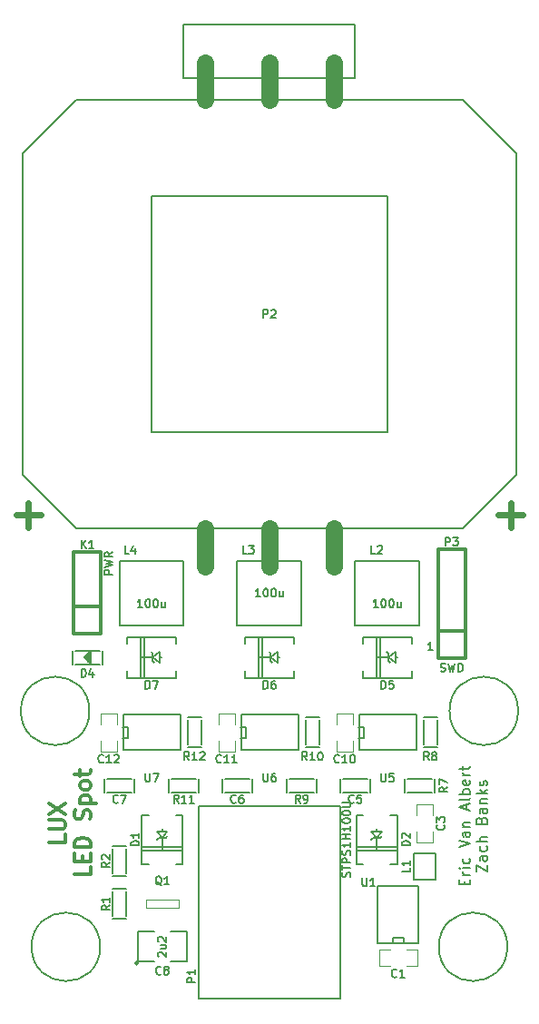
<source format=gto>
G04 (created by PCBNEW (2013-mar-13)-testing) date Wed 10 Jun 2015 12:09:16 AM EDT*
%MOIN*%
G04 Gerber Fmt 3.4, Leading zero omitted, Abs format*
%FSLAX34Y34*%
G01*
G70*
G90*
G04 APERTURE LIST*
%ADD10C,0.005906*%
%ADD11C,0.007874*%
%ADD12C,0.011811*%
%ADD13C,0.023622*%
%ADD14C,0.005118*%
%ADD15C,0.062992*%
%ADD16C,0.003900*%
%ADD17C,0.005000*%
%ADD18C,0.012000*%
%ADD19C,0.004700*%
G04 APERTURE END LIST*
G54D10*
G54D11*
X76054Y-77245D02*
X76054Y-77113D01*
X76260Y-77057D02*
X76260Y-77245D01*
X75867Y-77245D01*
X75867Y-77057D01*
X76260Y-76888D02*
X75998Y-76888D01*
X76073Y-76888D02*
X76035Y-76870D01*
X76017Y-76851D01*
X75998Y-76813D01*
X75998Y-76776D01*
X76260Y-76645D02*
X75998Y-76645D01*
X75867Y-76645D02*
X75885Y-76663D01*
X75904Y-76645D01*
X75885Y-76626D01*
X75867Y-76645D01*
X75904Y-76645D01*
X76242Y-76288D02*
X76260Y-76326D01*
X76260Y-76401D01*
X76242Y-76438D01*
X76223Y-76457D01*
X76185Y-76476D01*
X76073Y-76476D01*
X76035Y-76457D01*
X76017Y-76438D01*
X75998Y-76401D01*
X75998Y-76326D01*
X76017Y-76288D01*
X75867Y-75876D02*
X76260Y-75745D01*
X75867Y-75613D01*
X76260Y-75314D02*
X76054Y-75314D01*
X76017Y-75332D01*
X75998Y-75370D01*
X75998Y-75445D01*
X76017Y-75482D01*
X76242Y-75314D02*
X76260Y-75351D01*
X76260Y-75445D01*
X76242Y-75482D01*
X76204Y-75501D01*
X76167Y-75501D01*
X76129Y-75482D01*
X76110Y-75445D01*
X76110Y-75351D01*
X76092Y-75314D01*
X75998Y-75126D02*
X76260Y-75126D01*
X76035Y-75126D02*
X76017Y-75107D01*
X75998Y-75070D01*
X75998Y-75014D01*
X76017Y-74976D01*
X76054Y-74957D01*
X76260Y-74957D01*
X76148Y-74489D02*
X76148Y-74301D01*
X76260Y-74526D02*
X75867Y-74395D01*
X76260Y-74264D01*
X76260Y-74076D02*
X76242Y-74114D01*
X76204Y-74132D01*
X75867Y-74132D01*
X76260Y-73926D02*
X75867Y-73926D01*
X76017Y-73926D02*
X75998Y-73889D01*
X75998Y-73814D01*
X76017Y-73776D01*
X76035Y-73757D01*
X76073Y-73739D01*
X76185Y-73739D01*
X76223Y-73757D01*
X76242Y-73776D01*
X76260Y-73814D01*
X76260Y-73889D01*
X76242Y-73926D01*
X76242Y-73420D02*
X76260Y-73458D01*
X76260Y-73532D01*
X76242Y-73570D01*
X76204Y-73589D01*
X76054Y-73589D01*
X76017Y-73570D01*
X75998Y-73532D01*
X75998Y-73458D01*
X76017Y-73420D01*
X76054Y-73401D01*
X76092Y-73401D01*
X76129Y-73589D01*
X76260Y-73233D02*
X75998Y-73233D01*
X76073Y-73233D02*
X76035Y-73214D01*
X76017Y-73195D01*
X75998Y-73158D01*
X75998Y-73120D01*
X75998Y-73045D02*
X75998Y-72895D01*
X75867Y-72989D02*
X76204Y-72989D01*
X76242Y-72970D01*
X76260Y-72933D01*
X76260Y-72895D01*
X76497Y-76776D02*
X76497Y-76513D01*
X76890Y-76776D01*
X76890Y-76513D01*
X76890Y-76195D02*
X76684Y-76195D01*
X76646Y-76213D01*
X76628Y-76251D01*
X76628Y-76326D01*
X76646Y-76363D01*
X76871Y-76195D02*
X76890Y-76232D01*
X76890Y-76326D01*
X76871Y-76363D01*
X76834Y-76382D01*
X76796Y-76382D01*
X76759Y-76363D01*
X76740Y-76326D01*
X76740Y-76232D01*
X76721Y-76195D01*
X76871Y-75838D02*
X76890Y-75876D01*
X76890Y-75951D01*
X76871Y-75988D01*
X76853Y-76007D01*
X76815Y-76026D01*
X76703Y-76026D01*
X76665Y-76007D01*
X76646Y-75988D01*
X76628Y-75951D01*
X76628Y-75876D01*
X76646Y-75838D01*
X76890Y-75670D02*
X76497Y-75670D01*
X76890Y-75501D02*
X76684Y-75501D01*
X76646Y-75520D01*
X76628Y-75557D01*
X76628Y-75613D01*
X76646Y-75651D01*
X76665Y-75670D01*
X76684Y-74882D02*
X76703Y-74826D01*
X76721Y-74807D01*
X76759Y-74789D01*
X76815Y-74789D01*
X76853Y-74807D01*
X76871Y-74826D01*
X76890Y-74864D01*
X76890Y-75014D01*
X76497Y-75014D01*
X76497Y-74882D01*
X76515Y-74845D01*
X76534Y-74826D01*
X76571Y-74807D01*
X76609Y-74807D01*
X76646Y-74826D01*
X76665Y-74845D01*
X76684Y-74882D01*
X76684Y-75014D01*
X76890Y-74451D02*
X76684Y-74451D01*
X76646Y-74470D01*
X76628Y-74507D01*
X76628Y-74582D01*
X76646Y-74620D01*
X76871Y-74451D02*
X76890Y-74489D01*
X76890Y-74582D01*
X76871Y-74620D01*
X76834Y-74639D01*
X76796Y-74639D01*
X76759Y-74620D01*
X76740Y-74582D01*
X76740Y-74489D01*
X76721Y-74451D01*
X76628Y-74264D02*
X76890Y-74264D01*
X76665Y-74264D02*
X76646Y-74245D01*
X76628Y-74207D01*
X76628Y-74151D01*
X76646Y-74114D01*
X76684Y-74095D01*
X76890Y-74095D01*
X76890Y-73907D02*
X76497Y-73907D01*
X76740Y-73870D02*
X76890Y-73757D01*
X76628Y-73757D02*
X76778Y-73907D01*
X76871Y-73607D02*
X76890Y-73570D01*
X76890Y-73495D01*
X76871Y-73458D01*
X76834Y-73439D01*
X76815Y-73439D01*
X76778Y-73458D01*
X76759Y-73495D01*
X76759Y-73551D01*
X76740Y-73589D01*
X76703Y-73607D01*
X76684Y-73607D01*
X76646Y-73589D01*
X76628Y-73551D01*
X76628Y-73495D01*
X76646Y-73458D01*
G54D12*
X61389Y-75407D02*
X61389Y-75688D01*
X60798Y-75688D01*
X60798Y-75210D02*
X61276Y-75210D01*
X61332Y-75182D01*
X61361Y-75154D01*
X61389Y-75098D01*
X61389Y-74985D01*
X61361Y-74929D01*
X61332Y-74901D01*
X61276Y-74873D01*
X60798Y-74873D01*
X60798Y-74648D02*
X61389Y-74254D01*
X60798Y-74254D02*
X61389Y-74648D01*
X62334Y-76588D02*
X62334Y-76870D01*
X61743Y-76870D01*
X62024Y-76392D02*
X62024Y-76195D01*
X62334Y-76110D02*
X62334Y-76392D01*
X61743Y-76392D01*
X61743Y-76110D01*
X62334Y-75857D02*
X61743Y-75857D01*
X61743Y-75717D01*
X61771Y-75632D01*
X61827Y-75576D01*
X61884Y-75548D01*
X61996Y-75520D01*
X62080Y-75520D01*
X62193Y-75548D01*
X62249Y-75576D01*
X62305Y-75632D01*
X62334Y-75717D01*
X62334Y-75857D01*
X62305Y-74845D02*
X62334Y-74760D01*
X62334Y-74620D01*
X62305Y-74564D01*
X62277Y-74535D01*
X62221Y-74507D01*
X62165Y-74507D01*
X62109Y-74535D01*
X62080Y-74564D01*
X62052Y-74620D01*
X62024Y-74732D01*
X61996Y-74789D01*
X61968Y-74817D01*
X61912Y-74845D01*
X61856Y-74845D01*
X61799Y-74817D01*
X61771Y-74789D01*
X61743Y-74732D01*
X61743Y-74592D01*
X61771Y-74507D01*
X61940Y-74254D02*
X62530Y-74254D01*
X61968Y-74254D02*
X61940Y-74198D01*
X61940Y-74086D01*
X61968Y-74029D01*
X61996Y-74001D01*
X62052Y-73973D01*
X62221Y-73973D01*
X62277Y-74001D01*
X62305Y-74029D01*
X62334Y-74086D01*
X62334Y-74198D01*
X62305Y-74254D01*
X62334Y-73636D02*
X62305Y-73692D01*
X62277Y-73720D01*
X62221Y-73748D01*
X62052Y-73748D01*
X61996Y-73720D01*
X61968Y-73692D01*
X61940Y-73636D01*
X61940Y-73551D01*
X61968Y-73495D01*
X61996Y-73467D01*
X62052Y-73439D01*
X62221Y-73439D01*
X62277Y-73467D01*
X62305Y-73495D01*
X62334Y-73551D01*
X62334Y-73636D01*
X61940Y-73270D02*
X61940Y-73045D01*
X61743Y-73186D02*
X62249Y-73186D01*
X62305Y-73158D01*
X62334Y-73101D01*
X62334Y-73045D01*
G54D13*
X59589Y-63667D02*
X60489Y-63667D01*
X60039Y-64116D02*
X60039Y-63217D01*
X77305Y-63667D02*
X78205Y-63667D01*
X77755Y-64116D02*
X77755Y-63217D01*
G54D14*
X74888Y-68639D02*
X74717Y-68639D01*
X74803Y-68639D02*
X74803Y-68339D01*
X74774Y-68382D01*
X74746Y-68411D01*
X74717Y-68425D01*
X75183Y-69412D02*
X75226Y-69427D01*
X75297Y-69427D01*
X75326Y-69412D01*
X75340Y-69398D01*
X75354Y-69369D01*
X75354Y-69341D01*
X75340Y-69312D01*
X75326Y-69298D01*
X75297Y-69284D01*
X75240Y-69269D01*
X75211Y-69255D01*
X75197Y-69241D01*
X75183Y-69212D01*
X75183Y-69184D01*
X75197Y-69155D01*
X75211Y-69141D01*
X75240Y-69127D01*
X75311Y-69127D01*
X75354Y-69141D01*
X75454Y-69127D02*
X75526Y-69427D01*
X75583Y-69212D01*
X75640Y-69427D01*
X75711Y-69127D01*
X75826Y-69427D02*
X75826Y-69127D01*
X75897Y-69127D01*
X75940Y-69141D01*
X75969Y-69169D01*
X75983Y-69198D01*
X75997Y-69255D01*
X75997Y-69298D01*
X75983Y-69355D01*
X75969Y-69384D01*
X75940Y-69412D01*
X75897Y-69427D01*
X75826Y-69427D01*
G54D10*
X72047Y-47637D02*
X72047Y-45669D01*
X72047Y-45669D02*
X65748Y-45669D01*
X72047Y-47637D02*
X65748Y-47637D01*
X65748Y-47637D02*
X65748Y-45669D01*
G54D15*
X71259Y-47047D02*
X71259Y-48425D01*
X68897Y-47047D02*
X68897Y-48425D01*
X66535Y-47047D02*
X66535Y-48425D01*
X66535Y-64173D02*
X66535Y-65551D01*
X68897Y-64173D02*
X68897Y-65551D01*
X71259Y-64173D02*
X71259Y-65551D01*
G54D10*
X64566Y-60629D02*
X73228Y-60629D01*
X73228Y-60629D02*
X73228Y-51968D01*
X73228Y-51968D02*
X64566Y-51968D01*
X64566Y-51968D02*
X64566Y-60629D01*
X77952Y-62204D02*
X77952Y-50393D01*
X77952Y-62204D02*
X75984Y-64173D01*
X61811Y-48425D02*
X75984Y-48425D01*
X59842Y-62204D02*
X59842Y-50393D01*
X75984Y-64173D02*
X61811Y-64173D01*
X61811Y-64173D02*
X59842Y-62204D01*
X77952Y-50393D02*
X75984Y-48425D01*
X59842Y-50393D02*
X61811Y-48425D01*
X77637Y-79527D02*
G75*
G03X77637Y-79527I-1259J0D01*
G74*
G01*
X62677Y-79527D02*
G75*
G03X62677Y-79527I-1259J0D01*
G74*
G01*
X78031Y-70866D02*
G75*
G03X78031Y-70866I-1259J0D01*
G74*
G01*
X62283Y-70866D02*
G75*
G03X62283Y-70866I-1259J0D01*
G74*
G01*
G54D16*
X73323Y-80221D02*
X72923Y-80221D01*
X72923Y-80221D02*
X72923Y-79621D01*
X72923Y-79621D02*
X73323Y-79621D01*
X73920Y-79621D02*
X74320Y-79621D01*
X74320Y-79621D02*
X74320Y-80221D01*
X74320Y-80221D02*
X73920Y-80221D01*
X74306Y-74701D02*
X74306Y-74301D01*
X74306Y-74301D02*
X74906Y-74301D01*
X74906Y-74301D02*
X74906Y-74701D01*
X74906Y-75298D02*
X74906Y-75698D01*
X74906Y-75698D02*
X74306Y-75698D01*
X74306Y-75698D02*
X74306Y-75298D01*
G54D17*
X71597Y-73372D02*
X72497Y-73372D01*
X72595Y-73372D02*
X72595Y-73872D01*
X72497Y-73872D02*
X71597Y-73872D01*
X71498Y-73872D02*
X71498Y-73372D01*
X67266Y-73372D02*
X68166Y-73372D01*
X68264Y-73372D02*
X68264Y-73872D01*
X68166Y-73872D02*
X67266Y-73872D01*
X67168Y-73872D02*
X67168Y-73372D01*
X62935Y-73372D02*
X63835Y-73372D01*
X63934Y-73372D02*
X63934Y-73872D01*
X63835Y-73872D02*
X62935Y-73872D01*
X62837Y-73872D02*
X62837Y-73372D01*
X64081Y-80127D02*
G75*
G03X64081Y-80127I-70J0D01*
G74*
G01*
X64660Y-78977D02*
X64060Y-78977D01*
X64060Y-78977D02*
X64060Y-80077D01*
X64060Y-80077D02*
X64660Y-80077D01*
X65260Y-80077D02*
X65860Y-80077D01*
X65860Y-80077D02*
X65860Y-78977D01*
X65860Y-78977D02*
X65260Y-78977D01*
X64960Y-75290D02*
X64960Y-75210D01*
X65710Y-74690D02*
X65710Y-76490D01*
X65710Y-76490D02*
X65460Y-76490D01*
X64210Y-75850D02*
X65710Y-75850D01*
X64210Y-75980D02*
X65710Y-75980D01*
X64460Y-74690D02*
X64210Y-74690D01*
X64210Y-74690D02*
X64210Y-76490D01*
X64210Y-76490D02*
X64460Y-76490D01*
X65460Y-74690D02*
X65710Y-74690D01*
X64960Y-75540D02*
X65147Y-75290D01*
X65147Y-75290D02*
X64960Y-75290D01*
X64960Y-75290D02*
X64773Y-75290D01*
X64773Y-75290D02*
X64960Y-75540D01*
X64960Y-75540D02*
X65085Y-75540D01*
X65085Y-75540D02*
X65147Y-75478D01*
X64960Y-75540D02*
X64835Y-75540D01*
X64835Y-75540D02*
X64773Y-75602D01*
X64960Y-75540D02*
X64960Y-75977D01*
X72834Y-75290D02*
X72834Y-75210D01*
X73584Y-74690D02*
X73584Y-76490D01*
X73584Y-76490D02*
X73334Y-76490D01*
X72084Y-75850D02*
X73584Y-75850D01*
X72084Y-75980D02*
X73584Y-75980D01*
X72334Y-74690D02*
X72084Y-74690D01*
X72084Y-74690D02*
X72084Y-76490D01*
X72084Y-76490D02*
X72334Y-76490D01*
X73334Y-74690D02*
X73584Y-74690D01*
X72834Y-75540D02*
X73021Y-75290D01*
X73021Y-75290D02*
X72834Y-75290D01*
X72834Y-75290D02*
X72647Y-75290D01*
X72647Y-75290D02*
X72834Y-75540D01*
X72834Y-75540D02*
X72959Y-75540D01*
X72959Y-75540D02*
X73021Y-75478D01*
X72834Y-75540D02*
X72709Y-75540D01*
X72709Y-75540D02*
X72647Y-75602D01*
X72834Y-75540D02*
X72834Y-75977D01*
G54D10*
X62165Y-68976D02*
X62165Y-68858D01*
X62165Y-68858D02*
X62204Y-68976D01*
X62204Y-68976D02*
X62204Y-68818D01*
X62283Y-69055D02*
X62283Y-68740D01*
X62244Y-69055D02*
X62244Y-68779D01*
X62322Y-69133D02*
X62322Y-68661D01*
X62322Y-68661D02*
X62086Y-68897D01*
X62086Y-68897D02*
X62322Y-69133D01*
G54D17*
X62654Y-69147D02*
X61754Y-69147D01*
X61656Y-69147D02*
X61656Y-68647D01*
X61754Y-68647D02*
X62654Y-68647D01*
X62753Y-68647D02*
X62753Y-69147D01*
X73528Y-68897D02*
X73608Y-68897D01*
X74128Y-69647D02*
X72328Y-69647D01*
X72328Y-69647D02*
X72328Y-69397D01*
X72968Y-68147D02*
X72968Y-69647D01*
X72838Y-68147D02*
X72838Y-69647D01*
X74128Y-68397D02*
X74128Y-68147D01*
X74128Y-68147D02*
X72328Y-68147D01*
X72328Y-68147D02*
X72328Y-68397D01*
X74128Y-69397D02*
X74128Y-69647D01*
X73278Y-68897D02*
X73528Y-69084D01*
X73528Y-69084D02*
X73528Y-68897D01*
X73528Y-68897D02*
X73528Y-68710D01*
X73528Y-68710D02*
X73278Y-68897D01*
X73278Y-68897D02*
X73278Y-69022D01*
X73278Y-69022D02*
X73340Y-69084D01*
X73278Y-68897D02*
X73278Y-68772D01*
X73278Y-68772D02*
X73216Y-68710D01*
X73278Y-68897D02*
X72841Y-68897D01*
X69197Y-68897D02*
X69277Y-68897D01*
X69797Y-69647D02*
X67997Y-69647D01*
X67997Y-69647D02*
X67997Y-69397D01*
X68637Y-68147D02*
X68637Y-69647D01*
X68507Y-68147D02*
X68507Y-69647D01*
X69797Y-68397D02*
X69797Y-68147D01*
X69797Y-68147D02*
X67997Y-68147D01*
X67997Y-68147D02*
X67997Y-68397D01*
X69797Y-69397D02*
X69797Y-69647D01*
X68947Y-68897D02*
X69197Y-69084D01*
X69197Y-69084D02*
X69197Y-68897D01*
X69197Y-68897D02*
X69197Y-68710D01*
X69197Y-68710D02*
X68947Y-68897D01*
X68947Y-68897D02*
X68947Y-69022D01*
X68947Y-69022D02*
X69009Y-69084D01*
X68947Y-68897D02*
X68947Y-68772D01*
X68947Y-68772D02*
X68885Y-68710D01*
X68947Y-68897D02*
X68510Y-68897D01*
X64866Y-68897D02*
X64946Y-68897D01*
X65466Y-69647D02*
X63666Y-69647D01*
X63666Y-69647D02*
X63666Y-69397D01*
X64306Y-68147D02*
X64306Y-69647D01*
X64176Y-68147D02*
X64176Y-69647D01*
X65466Y-68397D02*
X65466Y-68147D01*
X65466Y-68147D02*
X63666Y-68147D01*
X63666Y-68147D02*
X63666Y-68397D01*
X65466Y-69397D02*
X65466Y-69647D01*
X64616Y-68897D02*
X64866Y-69084D01*
X64866Y-69084D02*
X64866Y-68897D01*
X64866Y-68897D02*
X64866Y-68710D01*
X64866Y-68710D02*
X64616Y-68897D01*
X64616Y-68897D02*
X64616Y-69022D01*
X64616Y-69022D02*
X64678Y-69084D01*
X64616Y-68897D02*
X64616Y-68772D01*
X64616Y-68772D02*
X64554Y-68710D01*
X64616Y-68897D02*
X64179Y-68897D01*
G54D18*
X62704Y-68035D02*
X61704Y-68035D01*
X61704Y-68035D02*
X61704Y-65035D01*
X61704Y-65035D02*
X62704Y-65035D01*
X62704Y-65035D02*
X62704Y-68035D01*
X61704Y-67035D02*
X62704Y-67035D01*
G54D10*
X66299Y-74346D02*
X71496Y-74346D01*
X71496Y-74346D02*
X71496Y-81437D01*
X71496Y-81437D02*
X66299Y-81437D01*
X66299Y-81437D02*
X66299Y-74346D01*
G54D18*
X75090Y-68929D02*
X75090Y-68929D01*
X76090Y-68929D02*
X75090Y-68929D01*
X75090Y-68929D02*
X75090Y-68929D01*
X75090Y-68929D02*
X75090Y-64929D01*
X75090Y-64929D02*
X76090Y-64929D01*
X76090Y-64929D02*
X76090Y-68929D01*
X76090Y-67929D02*
X75090Y-67929D01*
G54D17*
X63635Y-77502D02*
X63635Y-78402D01*
X63635Y-78501D02*
X63135Y-78501D01*
X63135Y-78402D02*
X63135Y-77502D01*
X63135Y-77404D02*
X63635Y-77404D01*
X63135Y-76827D02*
X63135Y-75927D01*
X63135Y-75829D02*
X63635Y-75829D01*
X63635Y-75927D02*
X63635Y-76827D01*
X63635Y-76926D02*
X63135Y-76926D01*
X74859Y-73872D02*
X73959Y-73872D01*
X73861Y-73872D02*
X73861Y-73372D01*
X73959Y-73372D02*
X74859Y-73372D01*
X74957Y-73372D02*
X74957Y-73872D01*
X74553Y-72103D02*
X74553Y-71203D01*
X74553Y-71105D02*
X75053Y-71105D01*
X75053Y-71203D02*
X75053Y-72103D01*
X75053Y-72201D02*
X74553Y-72201D01*
X70528Y-73872D02*
X69628Y-73872D01*
X69530Y-73872D02*
X69530Y-73372D01*
X69628Y-73372D02*
X70528Y-73372D01*
X70627Y-73372D02*
X70627Y-73872D01*
X70222Y-72103D02*
X70222Y-71203D01*
X70222Y-71105D02*
X70722Y-71105D01*
X70722Y-71203D02*
X70722Y-72103D01*
X70722Y-72201D02*
X70222Y-72201D01*
X66198Y-73872D02*
X65298Y-73872D01*
X65199Y-73872D02*
X65199Y-73372D01*
X65298Y-73372D02*
X66198Y-73372D01*
X66296Y-73372D02*
X66296Y-73872D01*
X65891Y-72103D02*
X65891Y-71203D01*
X65891Y-71105D02*
X66391Y-71105D01*
X66391Y-71203D02*
X66391Y-72103D01*
X66391Y-72201D02*
X65891Y-72201D01*
X74322Y-79396D02*
X74372Y-79396D01*
X74372Y-79396D02*
X74372Y-77296D01*
X72872Y-77296D02*
X72872Y-79396D01*
X72872Y-79396D02*
X74322Y-79396D01*
X73422Y-79396D02*
X73422Y-79196D01*
X73422Y-79196D02*
X73822Y-79196D01*
X73822Y-79196D02*
X73822Y-79396D01*
X72872Y-77296D02*
X74372Y-77296D01*
X74291Y-72303D02*
X72185Y-72303D01*
X72185Y-71003D02*
X74291Y-71003D01*
X74291Y-71003D02*
X74291Y-72303D01*
X72185Y-71003D02*
X72185Y-72303D01*
X72178Y-71453D02*
X72378Y-71453D01*
X72378Y-71453D02*
X72378Y-71853D01*
X72378Y-71853D02*
X72178Y-71853D01*
X69960Y-72303D02*
X67854Y-72303D01*
X67854Y-71003D02*
X69960Y-71003D01*
X69960Y-71003D02*
X69960Y-72303D01*
X67854Y-71003D02*
X67854Y-72303D01*
X67847Y-71453D02*
X68047Y-71453D01*
X68047Y-71453D02*
X68047Y-71853D01*
X68047Y-71853D02*
X67847Y-71853D01*
X65629Y-72303D02*
X63523Y-72303D01*
X63523Y-71003D02*
X65629Y-71003D01*
X65629Y-71003D02*
X65629Y-72303D01*
X63523Y-71003D02*
X63523Y-72303D01*
X63516Y-71453D02*
X63716Y-71453D01*
X63716Y-71453D02*
X63716Y-71853D01*
X63716Y-71853D02*
X63516Y-71853D01*
G54D16*
X71353Y-71355D02*
X71353Y-70955D01*
X71353Y-70955D02*
X71953Y-70955D01*
X71953Y-70955D02*
X71953Y-71355D01*
X71953Y-71951D02*
X71953Y-72351D01*
X71953Y-72351D02*
X71353Y-72351D01*
X71353Y-72351D02*
X71353Y-71951D01*
X67022Y-71355D02*
X67022Y-70955D01*
X67022Y-70955D02*
X67622Y-70955D01*
X67622Y-70955D02*
X67622Y-71355D01*
X67622Y-71951D02*
X67622Y-72351D01*
X67622Y-72351D02*
X67022Y-72351D01*
X67022Y-72351D02*
X67022Y-71951D01*
X62692Y-71355D02*
X62692Y-70955D01*
X62692Y-70955D02*
X63292Y-70955D01*
X63292Y-70955D02*
X63292Y-71355D01*
X63292Y-71951D02*
X63292Y-72351D01*
X63292Y-72351D02*
X62692Y-72351D01*
X62692Y-72351D02*
X62692Y-71951D01*
G54D10*
X72047Y-65354D02*
X74409Y-65354D01*
X74409Y-65354D02*
X74409Y-67716D01*
X74409Y-67716D02*
X72047Y-67716D01*
X72047Y-67716D02*
X72047Y-65354D01*
X67716Y-65354D02*
X70078Y-65354D01*
X70078Y-65354D02*
X70078Y-67716D01*
X70078Y-67716D02*
X67716Y-67716D01*
X67716Y-67716D02*
X67716Y-65354D01*
X63385Y-65354D02*
X65748Y-65354D01*
X65748Y-65354D02*
X65748Y-67716D01*
X65748Y-67716D02*
X63385Y-67716D01*
X63385Y-67716D02*
X63385Y-65354D01*
X74212Y-76082D02*
X75000Y-76082D01*
X75000Y-76082D02*
X75000Y-77066D01*
X75000Y-77066D02*
X74212Y-77066D01*
X74212Y-77066D02*
X74212Y-76082D01*
G54D19*
X64360Y-77802D02*
X65560Y-77802D01*
X65560Y-77802D02*
X65560Y-78102D01*
X65560Y-78102D02*
X64360Y-78102D01*
X64360Y-78102D02*
X64360Y-77802D01*
G54D14*
X68676Y-56434D02*
X68676Y-56134D01*
X68790Y-56134D01*
X68819Y-56149D01*
X68833Y-56163D01*
X68847Y-56192D01*
X68847Y-56234D01*
X68833Y-56263D01*
X68819Y-56277D01*
X68790Y-56292D01*
X68676Y-56292D01*
X68961Y-56163D02*
X68976Y-56149D01*
X69004Y-56134D01*
X69076Y-56134D01*
X69104Y-56149D01*
X69119Y-56163D01*
X69133Y-56192D01*
X69133Y-56220D01*
X69119Y-56263D01*
X68947Y-56434D01*
X69133Y-56434D01*
X73572Y-80618D02*
X73557Y-80633D01*
X73514Y-80647D01*
X73486Y-80647D01*
X73443Y-80633D01*
X73414Y-80604D01*
X73400Y-80576D01*
X73386Y-80518D01*
X73386Y-80476D01*
X73400Y-80418D01*
X73414Y-80390D01*
X73443Y-80361D01*
X73486Y-80347D01*
X73514Y-80347D01*
X73557Y-80361D01*
X73572Y-80376D01*
X73857Y-80647D02*
X73686Y-80647D01*
X73772Y-80647D02*
X73772Y-80347D01*
X73743Y-80390D01*
X73714Y-80418D01*
X73686Y-80433D01*
X75303Y-75050D02*
X75318Y-75064D01*
X75332Y-75107D01*
X75332Y-75135D01*
X75318Y-75178D01*
X75289Y-75207D01*
X75261Y-75221D01*
X75203Y-75235D01*
X75161Y-75235D01*
X75103Y-75221D01*
X75075Y-75207D01*
X75046Y-75178D01*
X75032Y-75135D01*
X75032Y-75107D01*
X75046Y-75064D01*
X75061Y-75050D01*
X75032Y-74950D02*
X75032Y-74764D01*
X75146Y-74864D01*
X75146Y-74821D01*
X75161Y-74792D01*
X75175Y-74778D01*
X75203Y-74764D01*
X75275Y-74764D01*
X75303Y-74778D01*
X75318Y-74792D01*
X75332Y-74821D01*
X75332Y-74907D01*
X75318Y-74935D01*
X75303Y-74950D01*
X71997Y-74221D02*
X71982Y-74235D01*
X71940Y-74249D01*
X71911Y-74249D01*
X71868Y-74235D01*
X71840Y-74207D01*
X71825Y-74178D01*
X71811Y-74121D01*
X71811Y-74078D01*
X71825Y-74021D01*
X71840Y-73992D01*
X71868Y-73964D01*
X71911Y-73949D01*
X71940Y-73949D01*
X71982Y-73964D01*
X71997Y-73978D01*
X72268Y-73949D02*
X72125Y-73949D01*
X72111Y-74092D01*
X72125Y-74078D01*
X72154Y-74064D01*
X72225Y-74064D01*
X72254Y-74078D01*
X72268Y-74092D01*
X72282Y-74121D01*
X72282Y-74192D01*
X72268Y-74221D01*
X72254Y-74235D01*
X72225Y-74249D01*
X72154Y-74249D01*
X72125Y-74235D01*
X72111Y-74221D01*
X67666Y-74221D02*
X67652Y-74235D01*
X67609Y-74249D01*
X67580Y-74249D01*
X67537Y-74235D01*
X67509Y-74207D01*
X67495Y-74178D01*
X67480Y-74121D01*
X67480Y-74078D01*
X67495Y-74021D01*
X67509Y-73992D01*
X67537Y-73964D01*
X67580Y-73949D01*
X67609Y-73949D01*
X67652Y-73964D01*
X67666Y-73978D01*
X67923Y-73949D02*
X67866Y-73949D01*
X67837Y-73964D01*
X67823Y-73978D01*
X67795Y-74021D01*
X67780Y-74078D01*
X67780Y-74192D01*
X67795Y-74221D01*
X67809Y-74235D01*
X67837Y-74249D01*
X67895Y-74249D01*
X67923Y-74235D01*
X67937Y-74221D01*
X67952Y-74192D01*
X67952Y-74121D01*
X67937Y-74092D01*
X67923Y-74078D01*
X67895Y-74064D01*
X67837Y-74064D01*
X67809Y-74078D01*
X67795Y-74092D01*
X67780Y-74121D01*
X63335Y-74221D02*
X63321Y-74235D01*
X63278Y-74249D01*
X63250Y-74249D01*
X63207Y-74235D01*
X63178Y-74207D01*
X63164Y-74178D01*
X63150Y-74121D01*
X63150Y-74078D01*
X63164Y-74021D01*
X63178Y-73992D01*
X63207Y-73964D01*
X63250Y-73949D01*
X63278Y-73949D01*
X63321Y-73964D01*
X63335Y-73978D01*
X63435Y-73949D02*
X63635Y-73949D01*
X63507Y-74249D01*
X64910Y-80520D02*
X64896Y-80534D01*
X64853Y-80549D01*
X64824Y-80549D01*
X64782Y-80534D01*
X64753Y-80506D01*
X64739Y-80477D01*
X64724Y-80420D01*
X64724Y-80377D01*
X64739Y-80320D01*
X64753Y-80291D01*
X64782Y-80263D01*
X64824Y-80249D01*
X64853Y-80249D01*
X64896Y-80263D01*
X64910Y-80277D01*
X65082Y-80377D02*
X65053Y-80363D01*
X65039Y-80349D01*
X65024Y-80320D01*
X65024Y-80306D01*
X65039Y-80277D01*
X65053Y-80263D01*
X65082Y-80249D01*
X65139Y-80249D01*
X65167Y-80263D01*
X65182Y-80277D01*
X65196Y-80306D01*
X65196Y-80320D01*
X65182Y-80349D01*
X65167Y-80363D01*
X65139Y-80377D01*
X65082Y-80377D01*
X65053Y-80391D01*
X65039Y-80406D01*
X65024Y-80434D01*
X65024Y-80491D01*
X65039Y-80520D01*
X65053Y-80534D01*
X65082Y-80549D01*
X65139Y-80549D01*
X65167Y-80534D01*
X65182Y-80520D01*
X65196Y-80491D01*
X65196Y-80434D01*
X65182Y-80406D01*
X65167Y-80391D01*
X65139Y-80377D01*
X64824Y-79891D02*
X64810Y-79877D01*
X64796Y-79848D01*
X64796Y-79777D01*
X64810Y-79748D01*
X64824Y-79734D01*
X64853Y-79720D01*
X64882Y-79720D01*
X64924Y-79734D01*
X65096Y-79906D01*
X65096Y-79720D01*
X64896Y-79463D02*
X65096Y-79463D01*
X64896Y-79591D02*
X65053Y-79591D01*
X65082Y-79577D01*
X65096Y-79548D01*
X65096Y-79506D01*
X65082Y-79477D01*
X65067Y-79463D01*
X64824Y-79334D02*
X64810Y-79320D01*
X64796Y-79291D01*
X64796Y-79220D01*
X64810Y-79191D01*
X64824Y-79177D01*
X64853Y-79163D01*
X64882Y-79163D01*
X64924Y-79177D01*
X65096Y-79348D01*
X65096Y-79163D01*
X64112Y-75811D02*
X63812Y-75811D01*
X63812Y-75740D01*
X63826Y-75697D01*
X63854Y-75669D01*
X63883Y-75654D01*
X63940Y-75640D01*
X63983Y-75640D01*
X64040Y-75654D01*
X64069Y-75669D01*
X64097Y-75697D01*
X64112Y-75740D01*
X64112Y-75811D01*
X64112Y-75354D02*
X64112Y-75526D01*
X64112Y-75440D02*
X63812Y-75440D01*
X63854Y-75469D01*
X63883Y-75497D01*
X63897Y-75526D01*
X74053Y-75811D02*
X73753Y-75811D01*
X73753Y-75740D01*
X73767Y-75697D01*
X73795Y-75669D01*
X73824Y-75654D01*
X73881Y-75640D01*
X73924Y-75640D01*
X73981Y-75654D01*
X74010Y-75669D01*
X74038Y-75697D01*
X74053Y-75740D01*
X74053Y-75811D01*
X73781Y-75526D02*
X73767Y-75511D01*
X73753Y-75483D01*
X73753Y-75411D01*
X73767Y-75383D01*
X73781Y-75369D01*
X73810Y-75354D01*
X73838Y-75354D01*
X73881Y-75369D01*
X74053Y-75540D01*
X74053Y-75354D01*
X71854Y-76969D02*
X71868Y-76926D01*
X71868Y-76854D01*
X71854Y-76826D01*
X71839Y-76811D01*
X71811Y-76797D01*
X71782Y-76797D01*
X71754Y-76811D01*
X71739Y-76826D01*
X71725Y-76854D01*
X71711Y-76911D01*
X71696Y-76940D01*
X71682Y-76954D01*
X71654Y-76969D01*
X71625Y-76969D01*
X71596Y-76954D01*
X71582Y-76940D01*
X71568Y-76911D01*
X71568Y-76840D01*
X71582Y-76797D01*
X71568Y-76711D02*
X71568Y-76540D01*
X71868Y-76626D02*
X71568Y-76626D01*
X71868Y-76440D02*
X71568Y-76440D01*
X71568Y-76326D01*
X71582Y-76297D01*
X71596Y-76283D01*
X71625Y-76269D01*
X71668Y-76269D01*
X71696Y-76283D01*
X71711Y-76297D01*
X71725Y-76326D01*
X71725Y-76440D01*
X71854Y-76154D02*
X71868Y-76111D01*
X71868Y-76040D01*
X71854Y-76011D01*
X71839Y-75997D01*
X71811Y-75983D01*
X71782Y-75983D01*
X71754Y-75997D01*
X71739Y-76011D01*
X71725Y-76040D01*
X71711Y-76097D01*
X71696Y-76126D01*
X71682Y-76140D01*
X71654Y-76154D01*
X71625Y-76154D01*
X71596Y-76140D01*
X71582Y-76126D01*
X71568Y-76097D01*
X71568Y-76026D01*
X71582Y-75983D01*
X71868Y-75697D02*
X71868Y-75869D01*
X71868Y-75783D02*
X71568Y-75783D01*
X71611Y-75811D01*
X71639Y-75840D01*
X71654Y-75869D01*
X71868Y-75569D02*
X71568Y-75569D01*
X71711Y-75569D02*
X71711Y-75397D01*
X71868Y-75397D02*
X71568Y-75397D01*
X71868Y-75097D02*
X71868Y-75269D01*
X71868Y-75183D02*
X71568Y-75183D01*
X71611Y-75211D01*
X71639Y-75240D01*
X71654Y-75269D01*
X71568Y-74911D02*
X71568Y-74883D01*
X71582Y-74854D01*
X71596Y-74840D01*
X71625Y-74826D01*
X71682Y-74811D01*
X71754Y-74811D01*
X71811Y-74826D01*
X71839Y-74840D01*
X71854Y-74854D01*
X71868Y-74883D01*
X71868Y-74911D01*
X71854Y-74940D01*
X71839Y-74954D01*
X71811Y-74969D01*
X71754Y-74983D01*
X71682Y-74983D01*
X71625Y-74969D01*
X71596Y-74954D01*
X71582Y-74940D01*
X71568Y-74911D01*
X71568Y-74626D02*
X71568Y-74597D01*
X71582Y-74569D01*
X71596Y-74554D01*
X71625Y-74540D01*
X71682Y-74526D01*
X71754Y-74526D01*
X71811Y-74540D01*
X71839Y-74554D01*
X71854Y-74569D01*
X71868Y-74597D01*
X71868Y-74626D01*
X71854Y-74654D01*
X71839Y-74669D01*
X71811Y-74683D01*
X71754Y-74697D01*
X71682Y-74697D01*
X71625Y-74683D01*
X71596Y-74669D01*
X71582Y-74654D01*
X71568Y-74626D01*
X71568Y-74397D02*
X71811Y-74397D01*
X71839Y-74383D01*
X71854Y-74369D01*
X71868Y-74340D01*
X71868Y-74283D01*
X71854Y-74254D01*
X71839Y-74240D01*
X71811Y-74226D01*
X71568Y-74226D01*
X61983Y-69623D02*
X61983Y-69323D01*
X62054Y-69323D01*
X62097Y-69338D01*
X62126Y-69366D01*
X62140Y-69395D01*
X62154Y-69452D01*
X62154Y-69495D01*
X62140Y-69552D01*
X62126Y-69581D01*
X62097Y-69609D01*
X62054Y-69623D01*
X61983Y-69623D01*
X62411Y-69423D02*
X62411Y-69623D01*
X62340Y-69309D02*
X62269Y-69523D01*
X62454Y-69523D01*
X73006Y-70057D02*
X73006Y-69757D01*
X73078Y-69757D01*
X73121Y-69771D01*
X73149Y-69800D01*
X73164Y-69828D01*
X73178Y-69885D01*
X73178Y-69928D01*
X73164Y-69985D01*
X73149Y-70014D01*
X73121Y-70043D01*
X73078Y-70057D01*
X73006Y-70057D01*
X73449Y-69757D02*
X73306Y-69757D01*
X73292Y-69900D01*
X73306Y-69885D01*
X73335Y-69871D01*
X73406Y-69871D01*
X73435Y-69885D01*
X73449Y-69900D01*
X73464Y-69928D01*
X73464Y-70000D01*
X73449Y-70028D01*
X73435Y-70043D01*
X73406Y-70057D01*
X73335Y-70057D01*
X73306Y-70043D01*
X73292Y-70028D01*
X68676Y-70057D02*
X68676Y-69757D01*
X68747Y-69757D01*
X68790Y-69771D01*
X68819Y-69800D01*
X68833Y-69828D01*
X68847Y-69885D01*
X68847Y-69928D01*
X68833Y-69985D01*
X68819Y-70014D01*
X68790Y-70043D01*
X68747Y-70057D01*
X68676Y-70057D01*
X69104Y-69757D02*
X69047Y-69757D01*
X69019Y-69771D01*
X69004Y-69785D01*
X68976Y-69828D01*
X68961Y-69885D01*
X68961Y-70000D01*
X68976Y-70028D01*
X68990Y-70043D01*
X69019Y-70057D01*
X69076Y-70057D01*
X69104Y-70043D01*
X69119Y-70028D01*
X69133Y-70000D01*
X69133Y-69928D01*
X69119Y-69900D01*
X69104Y-69885D01*
X69076Y-69871D01*
X69019Y-69871D01*
X68990Y-69885D01*
X68976Y-69900D01*
X68961Y-69928D01*
X64345Y-70057D02*
X64345Y-69757D01*
X64416Y-69757D01*
X64459Y-69771D01*
X64488Y-69800D01*
X64502Y-69828D01*
X64516Y-69885D01*
X64516Y-69928D01*
X64502Y-69985D01*
X64488Y-70014D01*
X64459Y-70043D01*
X64416Y-70057D01*
X64345Y-70057D01*
X64616Y-69757D02*
X64816Y-69757D01*
X64688Y-70057D01*
X61983Y-64899D02*
X61983Y-64599D01*
X62154Y-64899D02*
X62026Y-64728D01*
X62154Y-64599D02*
X61983Y-64770D01*
X62440Y-64899D02*
X62269Y-64899D01*
X62354Y-64899D02*
X62354Y-64599D01*
X62326Y-64642D01*
X62297Y-64670D01*
X62269Y-64685D01*
X63127Y-65852D02*
X62827Y-65852D01*
X62827Y-65738D01*
X62842Y-65709D01*
X62856Y-65695D01*
X62884Y-65681D01*
X62927Y-65681D01*
X62956Y-65695D01*
X62970Y-65709D01*
X62984Y-65738D01*
X62984Y-65852D01*
X62827Y-65581D02*
X63127Y-65509D01*
X62913Y-65452D01*
X63127Y-65395D01*
X62827Y-65324D01*
X63127Y-65038D02*
X62984Y-65138D01*
X63127Y-65209D02*
X62827Y-65209D01*
X62827Y-65095D01*
X62842Y-65067D01*
X62856Y-65052D01*
X62884Y-65038D01*
X62927Y-65038D01*
X62956Y-65052D01*
X62970Y-65067D01*
X62984Y-65095D01*
X62984Y-65209D01*
X66179Y-80831D02*
X65879Y-80831D01*
X65879Y-80717D01*
X65893Y-80688D01*
X65907Y-80674D01*
X65936Y-80660D01*
X65979Y-80660D01*
X66007Y-80674D01*
X66021Y-80688D01*
X66036Y-80717D01*
X66036Y-80831D01*
X66179Y-80374D02*
X66179Y-80545D01*
X66179Y-80460D02*
X65879Y-80460D01*
X65921Y-80488D01*
X65950Y-80517D01*
X65964Y-80545D01*
X75369Y-64801D02*
X75369Y-64501D01*
X75483Y-64501D01*
X75511Y-64515D01*
X75526Y-64529D01*
X75540Y-64558D01*
X75540Y-64601D01*
X75526Y-64629D01*
X75511Y-64643D01*
X75483Y-64658D01*
X75369Y-64658D01*
X75640Y-64501D02*
X75826Y-64501D01*
X75726Y-64615D01*
X75769Y-64615D01*
X75797Y-64629D01*
X75811Y-64643D01*
X75826Y-64672D01*
X75826Y-64743D01*
X75811Y-64772D01*
X75797Y-64786D01*
X75769Y-64801D01*
X75683Y-64801D01*
X75654Y-64786D01*
X75640Y-64772D01*
X63029Y-78002D02*
X62886Y-78102D01*
X63029Y-78174D02*
X62729Y-78174D01*
X62729Y-78059D01*
X62743Y-78031D01*
X62757Y-78017D01*
X62786Y-78002D01*
X62829Y-78002D01*
X62857Y-78017D01*
X62872Y-78031D01*
X62886Y-78059D01*
X62886Y-78174D01*
X63029Y-77717D02*
X63029Y-77888D01*
X63029Y-77802D02*
X62729Y-77802D01*
X62772Y-77831D01*
X62800Y-77859D01*
X62815Y-77888D01*
X63029Y-76427D02*
X62886Y-76527D01*
X63029Y-76599D02*
X62729Y-76599D01*
X62729Y-76485D01*
X62743Y-76456D01*
X62757Y-76442D01*
X62786Y-76427D01*
X62829Y-76427D01*
X62857Y-76442D01*
X62872Y-76456D01*
X62886Y-76485D01*
X62886Y-76599D01*
X62757Y-76313D02*
X62743Y-76299D01*
X62729Y-76270D01*
X62729Y-76199D01*
X62743Y-76170D01*
X62757Y-76156D01*
X62786Y-76142D01*
X62815Y-76142D01*
X62857Y-76156D01*
X63029Y-76327D01*
X63029Y-76142D01*
X75430Y-73672D02*
X75288Y-73772D01*
X75430Y-73843D02*
X75130Y-73843D01*
X75130Y-73729D01*
X75145Y-73700D01*
X75159Y-73686D01*
X75188Y-73672D01*
X75230Y-73672D01*
X75259Y-73686D01*
X75273Y-73700D01*
X75288Y-73729D01*
X75288Y-73843D01*
X75130Y-73572D02*
X75130Y-73372D01*
X75430Y-73500D01*
X74753Y-72675D02*
X74653Y-72532D01*
X74581Y-72675D02*
X74581Y-72375D01*
X74696Y-72375D01*
X74724Y-72389D01*
X74738Y-72403D01*
X74753Y-72432D01*
X74753Y-72475D01*
X74738Y-72503D01*
X74724Y-72517D01*
X74696Y-72532D01*
X74581Y-72532D01*
X74924Y-72503D02*
X74896Y-72489D01*
X74881Y-72475D01*
X74867Y-72446D01*
X74867Y-72432D01*
X74881Y-72403D01*
X74896Y-72389D01*
X74924Y-72375D01*
X74981Y-72375D01*
X75010Y-72389D01*
X75024Y-72403D01*
X75038Y-72432D01*
X75038Y-72446D01*
X75024Y-72475D01*
X75010Y-72489D01*
X74981Y-72503D01*
X74924Y-72503D01*
X74896Y-72517D01*
X74881Y-72532D01*
X74867Y-72560D01*
X74867Y-72617D01*
X74881Y-72646D01*
X74896Y-72660D01*
X74924Y-72675D01*
X74981Y-72675D01*
X75010Y-72660D01*
X75024Y-72646D01*
X75038Y-72617D01*
X75038Y-72560D01*
X75024Y-72532D01*
X75010Y-72517D01*
X74981Y-72503D01*
X70028Y-74249D02*
X69928Y-74107D01*
X69857Y-74249D02*
X69857Y-73949D01*
X69971Y-73949D01*
X70000Y-73964D01*
X70014Y-73978D01*
X70028Y-74007D01*
X70028Y-74049D01*
X70014Y-74078D01*
X70000Y-74092D01*
X69971Y-74107D01*
X69857Y-74107D01*
X70171Y-74249D02*
X70228Y-74249D01*
X70257Y-74235D01*
X70271Y-74221D01*
X70300Y-74178D01*
X70314Y-74121D01*
X70314Y-74007D01*
X70300Y-73978D01*
X70285Y-73964D01*
X70257Y-73949D01*
X70200Y-73949D01*
X70171Y-73964D01*
X70157Y-73978D01*
X70143Y-74007D01*
X70143Y-74078D01*
X70157Y-74107D01*
X70171Y-74121D01*
X70200Y-74135D01*
X70257Y-74135D01*
X70285Y-74121D01*
X70300Y-74107D01*
X70314Y-74078D01*
X70279Y-72675D02*
X70179Y-72532D01*
X70108Y-72675D02*
X70108Y-72375D01*
X70222Y-72375D01*
X70251Y-72389D01*
X70265Y-72403D01*
X70279Y-72432D01*
X70279Y-72475D01*
X70265Y-72503D01*
X70251Y-72517D01*
X70222Y-72532D01*
X70108Y-72532D01*
X70565Y-72675D02*
X70393Y-72675D01*
X70479Y-72675D02*
X70479Y-72375D01*
X70451Y-72417D01*
X70422Y-72446D01*
X70393Y-72460D01*
X70751Y-72375D02*
X70779Y-72375D01*
X70808Y-72389D01*
X70822Y-72403D01*
X70836Y-72432D01*
X70851Y-72489D01*
X70851Y-72560D01*
X70836Y-72617D01*
X70822Y-72646D01*
X70808Y-72660D01*
X70779Y-72675D01*
X70751Y-72675D01*
X70722Y-72660D01*
X70708Y-72646D01*
X70693Y-72617D01*
X70679Y-72560D01*
X70679Y-72489D01*
X70693Y-72432D01*
X70708Y-72403D01*
X70722Y-72389D01*
X70751Y-72375D01*
X65555Y-74249D02*
X65455Y-74107D01*
X65383Y-74249D02*
X65383Y-73949D01*
X65498Y-73949D01*
X65526Y-73964D01*
X65540Y-73978D01*
X65555Y-74007D01*
X65555Y-74049D01*
X65540Y-74078D01*
X65526Y-74092D01*
X65498Y-74107D01*
X65383Y-74107D01*
X65840Y-74249D02*
X65669Y-74249D01*
X65755Y-74249D02*
X65755Y-73949D01*
X65726Y-73992D01*
X65698Y-74021D01*
X65669Y-74035D01*
X66126Y-74249D02*
X65955Y-74249D01*
X66040Y-74249D02*
X66040Y-73949D01*
X66012Y-73992D01*
X65983Y-74021D01*
X65955Y-74035D01*
X65948Y-72675D02*
X65848Y-72532D01*
X65777Y-72675D02*
X65777Y-72375D01*
X65891Y-72375D01*
X65920Y-72389D01*
X65934Y-72403D01*
X65948Y-72432D01*
X65948Y-72475D01*
X65934Y-72503D01*
X65920Y-72517D01*
X65891Y-72532D01*
X65777Y-72532D01*
X66234Y-72675D02*
X66063Y-72675D01*
X66148Y-72675D02*
X66148Y-72375D01*
X66120Y-72417D01*
X66091Y-72446D01*
X66063Y-72460D01*
X66348Y-72403D02*
X66363Y-72389D01*
X66391Y-72375D01*
X66463Y-72375D01*
X66491Y-72389D01*
X66506Y-72403D01*
X66520Y-72432D01*
X66520Y-72460D01*
X66506Y-72503D01*
X66334Y-72675D01*
X66520Y-72675D01*
X72310Y-77001D02*
X72310Y-77243D01*
X72325Y-77272D01*
X72339Y-77286D01*
X72367Y-77301D01*
X72425Y-77301D01*
X72453Y-77286D01*
X72467Y-77272D01*
X72482Y-77243D01*
X72482Y-77001D01*
X72782Y-77301D02*
X72610Y-77301D01*
X72696Y-77301D02*
X72696Y-77001D01*
X72667Y-77043D01*
X72639Y-77072D01*
X72610Y-77086D01*
X72999Y-73162D02*
X72999Y-73405D01*
X73014Y-73433D01*
X73028Y-73448D01*
X73056Y-73462D01*
X73114Y-73462D01*
X73142Y-73448D01*
X73156Y-73433D01*
X73171Y-73405D01*
X73171Y-73162D01*
X73456Y-73162D02*
X73314Y-73162D01*
X73299Y-73305D01*
X73314Y-73291D01*
X73342Y-73276D01*
X73414Y-73276D01*
X73442Y-73291D01*
X73456Y-73305D01*
X73471Y-73333D01*
X73471Y-73405D01*
X73456Y-73433D01*
X73442Y-73448D01*
X73414Y-73462D01*
X73342Y-73462D01*
X73314Y-73448D01*
X73299Y-73433D01*
X68669Y-73162D02*
X68669Y-73405D01*
X68683Y-73433D01*
X68697Y-73448D01*
X68726Y-73462D01*
X68783Y-73462D01*
X68811Y-73448D01*
X68826Y-73433D01*
X68840Y-73405D01*
X68840Y-73162D01*
X69111Y-73162D02*
X69054Y-73162D01*
X69026Y-73176D01*
X69011Y-73191D01*
X68983Y-73233D01*
X68969Y-73291D01*
X68969Y-73405D01*
X68983Y-73433D01*
X68997Y-73448D01*
X69026Y-73462D01*
X69083Y-73462D01*
X69111Y-73448D01*
X69126Y-73433D01*
X69140Y-73405D01*
X69140Y-73333D01*
X69126Y-73305D01*
X69111Y-73291D01*
X69083Y-73276D01*
X69026Y-73276D01*
X68997Y-73291D01*
X68983Y-73305D01*
X68969Y-73333D01*
X64338Y-73162D02*
X64338Y-73405D01*
X64352Y-73433D01*
X64366Y-73448D01*
X64395Y-73462D01*
X64452Y-73462D01*
X64481Y-73448D01*
X64495Y-73433D01*
X64509Y-73405D01*
X64509Y-73162D01*
X64624Y-73162D02*
X64824Y-73162D01*
X64695Y-73462D01*
X71460Y-72744D02*
X71446Y-72759D01*
X71403Y-72773D01*
X71374Y-72773D01*
X71332Y-72759D01*
X71303Y-72730D01*
X71289Y-72702D01*
X71274Y-72644D01*
X71274Y-72602D01*
X71289Y-72544D01*
X71303Y-72516D01*
X71332Y-72487D01*
X71374Y-72473D01*
X71403Y-72473D01*
X71446Y-72487D01*
X71460Y-72502D01*
X71746Y-72773D02*
X71574Y-72773D01*
X71660Y-72773D02*
X71660Y-72473D01*
X71632Y-72516D01*
X71603Y-72544D01*
X71574Y-72559D01*
X71932Y-72473D02*
X71960Y-72473D01*
X71989Y-72487D01*
X72003Y-72502D01*
X72017Y-72530D01*
X72032Y-72587D01*
X72032Y-72659D01*
X72017Y-72716D01*
X72003Y-72744D01*
X71989Y-72759D01*
X71960Y-72773D01*
X71932Y-72773D01*
X71903Y-72759D01*
X71889Y-72744D01*
X71874Y-72716D01*
X71860Y-72659D01*
X71860Y-72587D01*
X71874Y-72530D01*
X71889Y-72502D01*
X71903Y-72487D01*
X71932Y-72473D01*
X67129Y-72744D02*
X67115Y-72759D01*
X67072Y-72773D01*
X67044Y-72773D01*
X67001Y-72759D01*
X66972Y-72730D01*
X66958Y-72702D01*
X66944Y-72644D01*
X66944Y-72602D01*
X66958Y-72544D01*
X66972Y-72516D01*
X67001Y-72487D01*
X67044Y-72473D01*
X67072Y-72473D01*
X67115Y-72487D01*
X67129Y-72502D01*
X67415Y-72773D02*
X67244Y-72773D01*
X67329Y-72773D02*
X67329Y-72473D01*
X67301Y-72516D01*
X67272Y-72544D01*
X67244Y-72559D01*
X67701Y-72773D02*
X67529Y-72773D01*
X67615Y-72773D02*
X67615Y-72473D01*
X67587Y-72516D01*
X67558Y-72544D01*
X67529Y-72559D01*
X62799Y-72744D02*
X62784Y-72759D01*
X62742Y-72773D01*
X62713Y-72773D01*
X62670Y-72759D01*
X62642Y-72730D01*
X62627Y-72702D01*
X62613Y-72644D01*
X62613Y-72602D01*
X62627Y-72544D01*
X62642Y-72516D01*
X62670Y-72487D01*
X62713Y-72473D01*
X62742Y-72473D01*
X62784Y-72487D01*
X62799Y-72502D01*
X63084Y-72773D02*
X62913Y-72773D01*
X62999Y-72773D02*
X62999Y-72473D01*
X62970Y-72516D01*
X62942Y-72544D01*
X62913Y-72559D01*
X63199Y-72502D02*
X63213Y-72487D01*
X63242Y-72473D01*
X63313Y-72473D01*
X63342Y-72487D01*
X63356Y-72502D01*
X63370Y-72530D01*
X63370Y-72559D01*
X63356Y-72602D01*
X63184Y-72773D01*
X63370Y-72773D01*
X72784Y-65096D02*
X72641Y-65096D01*
X72641Y-64796D01*
X72870Y-64824D02*
X72884Y-64810D01*
X72913Y-64796D01*
X72984Y-64796D01*
X73013Y-64810D01*
X73027Y-64824D01*
X73041Y-64853D01*
X73041Y-64882D01*
X73027Y-64924D01*
X72856Y-65096D01*
X73041Y-65096D01*
X72892Y-67064D02*
X72721Y-67064D01*
X72806Y-67064D02*
X72806Y-66764D01*
X72778Y-66807D01*
X72749Y-66836D01*
X72721Y-66850D01*
X73078Y-66764D02*
X73106Y-66764D01*
X73135Y-66779D01*
X73149Y-66793D01*
X73164Y-66821D01*
X73178Y-66879D01*
X73178Y-66950D01*
X73164Y-67007D01*
X73149Y-67036D01*
X73135Y-67050D01*
X73106Y-67064D01*
X73078Y-67064D01*
X73049Y-67050D01*
X73035Y-67036D01*
X73021Y-67007D01*
X73006Y-66950D01*
X73006Y-66879D01*
X73021Y-66821D01*
X73035Y-66793D01*
X73049Y-66779D01*
X73078Y-66764D01*
X73364Y-66764D02*
X73392Y-66764D01*
X73421Y-66779D01*
X73435Y-66793D01*
X73449Y-66821D01*
X73464Y-66879D01*
X73464Y-66950D01*
X73449Y-67007D01*
X73435Y-67036D01*
X73421Y-67050D01*
X73392Y-67064D01*
X73364Y-67064D01*
X73335Y-67050D01*
X73321Y-67036D01*
X73306Y-67007D01*
X73292Y-66950D01*
X73292Y-66879D01*
X73306Y-66821D01*
X73321Y-66793D01*
X73335Y-66779D01*
X73364Y-66764D01*
X73721Y-66864D02*
X73721Y-67064D01*
X73592Y-66864D02*
X73592Y-67021D01*
X73606Y-67050D01*
X73635Y-67064D01*
X73678Y-67064D01*
X73706Y-67050D01*
X73721Y-67036D01*
X68060Y-65096D02*
X67917Y-65096D01*
X67917Y-64796D01*
X68131Y-64796D02*
X68317Y-64796D01*
X68217Y-64910D01*
X68260Y-64910D01*
X68288Y-64924D01*
X68303Y-64939D01*
X68317Y-64967D01*
X68317Y-65039D01*
X68303Y-65067D01*
X68288Y-65082D01*
X68260Y-65096D01*
X68174Y-65096D01*
X68145Y-65082D01*
X68131Y-65067D01*
X68561Y-66671D02*
X68390Y-66671D01*
X68476Y-66671D02*
X68476Y-66371D01*
X68447Y-66414D01*
X68419Y-66442D01*
X68390Y-66456D01*
X68747Y-66371D02*
X68776Y-66371D01*
X68804Y-66385D01*
X68819Y-66399D01*
X68833Y-66428D01*
X68847Y-66485D01*
X68847Y-66556D01*
X68833Y-66614D01*
X68819Y-66642D01*
X68804Y-66656D01*
X68776Y-66671D01*
X68747Y-66671D01*
X68719Y-66656D01*
X68704Y-66642D01*
X68690Y-66614D01*
X68676Y-66556D01*
X68676Y-66485D01*
X68690Y-66428D01*
X68704Y-66399D01*
X68719Y-66385D01*
X68747Y-66371D01*
X69033Y-66371D02*
X69061Y-66371D01*
X69090Y-66385D01*
X69104Y-66399D01*
X69119Y-66428D01*
X69133Y-66485D01*
X69133Y-66556D01*
X69119Y-66614D01*
X69104Y-66642D01*
X69090Y-66656D01*
X69061Y-66671D01*
X69033Y-66671D01*
X69004Y-66656D01*
X68990Y-66642D01*
X68976Y-66614D01*
X68961Y-66556D01*
X68961Y-66485D01*
X68976Y-66428D01*
X68990Y-66399D01*
X69004Y-66385D01*
X69033Y-66371D01*
X69390Y-66471D02*
X69390Y-66671D01*
X69261Y-66471D02*
X69261Y-66628D01*
X69276Y-66656D01*
X69304Y-66671D01*
X69347Y-66671D01*
X69376Y-66656D01*
X69390Y-66642D01*
X63729Y-65096D02*
X63586Y-65096D01*
X63586Y-64796D01*
X63958Y-64896D02*
X63958Y-65096D01*
X63886Y-64782D02*
X63815Y-64996D01*
X64000Y-64996D01*
X64231Y-67064D02*
X64059Y-67064D01*
X64145Y-67064D02*
X64145Y-66764D01*
X64116Y-66807D01*
X64088Y-66836D01*
X64059Y-66850D01*
X64416Y-66764D02*
X64445Y-66764D01*
X64474Y-66779D01*
X64488Y-66793D01*
X64502Y-66821D01*
X64516Y-66879D01*
X64516Y-66950D01*
X64502Y-67007D01*
X64488Y-67036D01*
X64474Y-67050D01*
X64445Y-67064D01*
X64416Y-67064D01*
X64388Y-67050D01*
X64374Y-67036D01*
X64359Y-67007D01*
X64345Y-66950D01*
X64345Y-66879D01*
X64359Y-66821D01*
X64374Y-66793D01*
X64388Y-66779D01*
X64416Y-66764D01*
X64702Y-66764D02*
X64731Y-66764D01*
X64759Y-66779D01*
X64774Y-66793D01*
X64788Y-66821D01*
X64802Y-66879D01*
X64802Y-66950D01*
X64788Y-67007D01*
X64774Y-67036D01*
X64759Y-67050D01*
X64731Y-67064D01*
X64702Y-67064D01*
X64674Y-67050D01*
X64659Y-67036D01*
X64645Y-67007D01*
X64631Y-66950D01*
X64631Y-66879D01*
X64645Y-66821D01*
X64659Y-66793D01*
X64674Y-66779D01*
X64702Y-66764D01*
X65059Y-66864D02*
X65059Y-67064D01*
X64931Y-66864D02*
X64931Y-67021D01*
X64945Y-67050D01*
X64974Y-67064D01*
X65016Y-67064D01*
X65045Y-67050D01*
X65059Y-67036D01*
X74053Y-76624D02*
X74053Y-76767D01*
X73753Y-76767D01*
X74053Y-76367D02*
X74053Y-76539D01*
X74053Y-76453D02*
X73753Y-76453D01*
X73795Y-76481D01*
X73824Y-76510D01*
X73838Y-76539D01*
X64932Y-77267D02*
X64903Y-77252D01*
X64874Y-77224D01*
X64832Y-77181D01*
X64803Y-77167D01*
X64774Y-77167D01*
X64789Y-77238D02*
X64760Y-77224D01*
X64732Y-77195D01*
X64717Y-77138D01*
X64717Y-77038D01*
X64732Y-76981D01*
X64760Y-76952D01*
X64789Y-76938D01*
X64846Y-76938D01*
X64874Y-76952D01*
X64903Y-76981D01*
X64917Y-77038D01*
X64917Y-77138D01*
X64903Y-77195D01*
X64874Y-77224D01*
X64846Y-77238D01*
X64789Y-77238D01*
X65203Y-77238D02*
X65032Y-77238D01*
X65117Y-77238D02*
X65117Y-76938D01*
X65089Y-76981D01*
X65060Y-77009D01*
X65032Y-77024D01*
M02*

</source>
